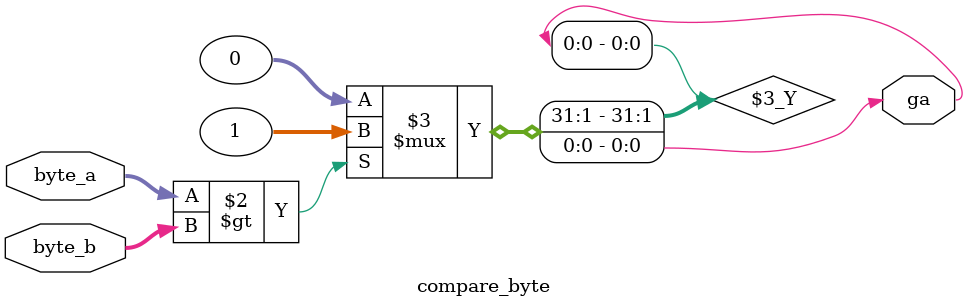
<source format=v>
module compare_byte(
    input  wire [7:0] byte_a, byte_b,
    output reg ga
);

    always @(byte_a, byte_b) begin
        ga = byte_a > byte_b ? 1 : 0;
    end

endmodule

</source>
